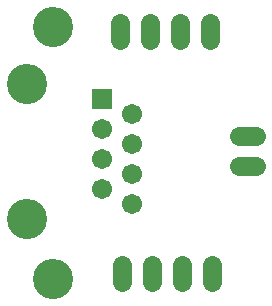
<source format=gbs>
G75*
%MOIN*%
%OFA0B0*%
%FSLAX25Y25*%
%IPPOS*%
%LPD*%
%AMOC8*
5,1,8,0,0,1.08239X$1,22.5*
%
%ADD10C,0.13398*%
%ADD11C,0.06400*%
%ADD12C,0.06737*%
%ADD13R,0.06737X0.06737*%
D10*
X0043920Y0029240D03*
X0052660Y0009299D03*
X0043920Y0074240D03*
X0052660Y0093157D03*
D11*
X0075219Y0094461D02*
X0075219Y0088861D01*
X0085219Y0088861D02*
X0085219Y0094461D01*
X0095219Y0094461D02*
X0095219Y0088861D01*
X0105219Y0088861D02*
X0105219Y0094461D01*
X0114742Y0056780D02*
X0120342Y0056780D01*
X0120342Y0046780D02*
X0114742Y0046780D01*
X0105613Y0013674D02*
X0105613Y0008074D01*
X0095613Y0008074D02*
X0095613Y0013674D01*
X0085613Y0013674D02*
X0085613Y0008074D01*
X0075613Y0008074D02*
X0075613Y0013674D01*
D12*
X0078920Y0034240D03*
X0068920Y0039240D03*
X0078920Y0044240D03*
X0068920Y0049240D03*
X0078920Y0054240D03*
X0068920Y0059240D03*
X0078920Y0064240D03*
D13*
X0068920Y0069240D03*
M02*

</source>
